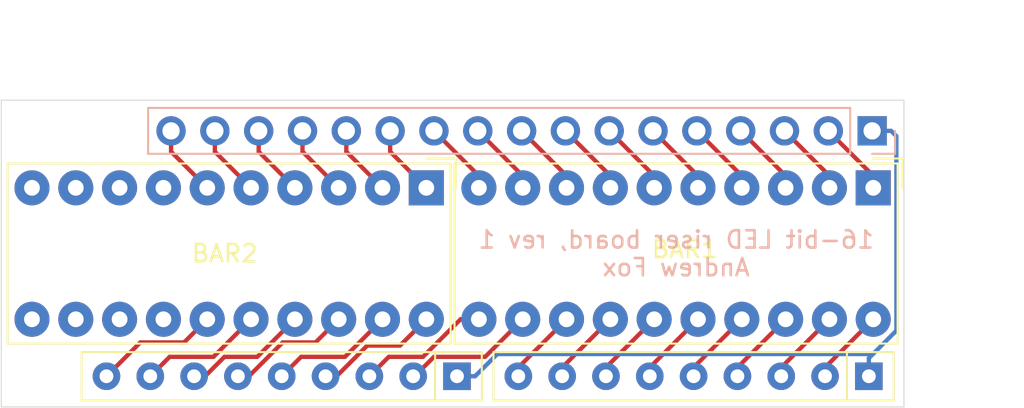
<source format=kicad_pcb>
(kicad_pcb (version 20171130) (host pcbnew "(5.1.0-0)")

  (general
    (thickness 1.6)
    (drawings 7)
    (tracks 90)
    (zones 0)
    (modules 5)
    (nets 34)
  )

  (page USLetter)
  (title_block
    (title LEDRiser16)
  )

  (layers
    (0 F.Cu signal)
    (31 B.Cu signal)
    (32 B.Adhes user)
    (33 F.Adhes user)
    (34 B.Paste user)
    (35 F.Paste user)
    (36 B.SilkS user)
    (37 F.SilkS user)
    (38 B.Mask user)
    (39 F.Mask user)
    (40 Dwgs.User user)
    (41 Cmts.User user)
    (42 Eco1.User user)
    (43 Eco2.User user)
    (44 Edge.Cuts user)
    (45 Margin user)
    (46 B.CrtYd user)
    (47 F.CrtYd user)
    (48 B.Fab user)
    (49 F.Fab user hide)
  )

  (setup
    (last_trace_width 0.25)
    (trace_clearance 0.2)
    (zone_clearance 0.508)
    (zone_45_only no)
    (trace_min 0.2)
    (via_size 0.8)
    (via_drill 0.4)
    (via_min_size 0.4)
    (via_min_drill 0.3)
    (uvia_size 0.3)
    (uvia_drill 0.1)
    (uvias_allowed no)
    (uvia_min_size 0.2)
    (uvia_min_drill 0.1)
    (edge_width 0.05)
    (segment_width 0.2)
    (pcb_text_width 0.3)
    (pcb_text_size 1.5 1.5)
    (mod_edge_width 0.12)
    (mod_text_size 1 1)
    (mod_text_width 0.15)
    (pad_size 1.524 1.524)
    (pad_drill 0.762)
    (pad_to_mask_clearance 0.051)
    (solder_mask_min_width 0.25)
    (aux_axis_origin 0 0)
    (visible_elements FFFFFF7F)
    (pcbplotparams
      (layerselection 0x010fc_ffffffff)
      (usegerberextensions false)
      (usegerberattributes false)
      (usegerberadvancedattributes false)
      (creategerberjobfile false)
      (excludeedgelayer true)
      (linewidth 0.100000)
      (plotframeref false)
      (viasonmask false)
      (mode 1)
      (useauxorigin false)
      (hpglpennumber 1)
      (hpglpenspeed 20)
      (hpglpendiameter 15.000000)
      (psnegative false)
      (psa4output false)
      (plotreference true)
      (plotvalue true)
      (plotinvisibletext false)
      (padsonsilk false)
      (subtractmaskfromsilk false)
      (outputformat 1)
      (mirror false)
      (drillshape 1)
      (scaleselection 1)
      (outputdirectory ""))
  )

  (net 0 "")
  (net 1 GND)
  (net 2 "Net-(BAR1-Pad20)")
  (net 3 "Net-(BAR1-Pad19)")
  (net 4 "Net-(BAR1-Pad18)")
  (net 5 "Net-(BAR1-Pad17)")
  (net 6 "Net-(BAR1-Pad9)")
  (net 7 "Net-(BAR1-Pad10)")
  (net 8 "Net-(BAR1-Pad8)")
  (net 9 "Net-(BAR1-Pad7)")
  (net 10 "Net-(BAR1-Pad6)")
  (net 11 "Net-(BAR1-Pad5)")
  (net 12 "Net-(BAR1-Pad16)")
  (net 13 "Net-(BAR1-Pad15)")
  (net 14 "Net-(BAR1-Pad14)")
  (net 15 "Net-(BAR1-Pad13)")
  (net 16 "Net-(BAR1-Pad4)")
  (net 17 "Net-(BAR1-Pad3)")
  (net 18 "Net-(BAR1-Pad2)")
  (net 19 "Net-(BAR1-Pad1)")
  (net 20 "Net-(BAR2-Pad20)")
  (net 21 "Net-(BAR2-Pad19)")
  (net 22 "Net-(BAR2-Pad18)")
  (net 23 "Net-(BAR2-Pad17)")
  (net 24 "Net-(BAR2-Pad6)")
  (net 25 "Net-(BAR2-Pad5)")
  (net 26 "Net-(BAR2-Pad16)")
  (net 27 "Net-(BAR2-Pad15)")
  (net 28 "Net-(BAR2-Pad4)")
  (net 29 "Net-(BAR2-Pad3)")
  (net 30 "Net-(BAR2-Pad2)")
  (net 31 "Net-(BAR2-Pad1)")
  (net 32 "Net-(BAR1-Pad11)")
  (net 33 "Net-(BAR1-Pad12)")

  (net_class Default "This is the default net class."
    (clearance 0.2)
    (trace_width 0.25)
    (via_dia 0.8)
    (via_drill 0.4)
    (uvia_dia 0.3)
    (uvia_drill 0.1)
    (add_net GND)
    (add_net "Net-(BAR1-Pad1)")
    (add_net "Net-(BAR1-Pad10)")
    (add_net "Net-(BAR1-Pad11)")
    (add_net "Net-(BAR1-Pad12)")
    (add_net "Net-(BAR1-Pad13)")
    (add_net "Net-(BAR1-Pad14)")
    (add_net "Net-(BAR1-Pad15)")
    (add_net "Net-(BAR1-Pad16)")
    (add_net "Net-(BAR1-Pad17)")
    (add_net "Net-(BAR1-Pad18)")
    (add_net "Net-(BAR1-Pad19)")
    (add_net "Net-(BAR1-Pad2)")
    (add_net "Net-(BAR1-Pad20)")
    (add_net "Net-(BAR1-Pad3)")
    (add_net "Net-(BAR1-Pad4)")
    (add_net "Net-(BAR1-Pad5)")
    (add_net "Net-(BAR1-Pad6)")
    (add_net "Net-(BAR1-Pad7)")
    (add_net "Net-(BAR1-Pad8)")
    (add_net "Net-(BAR1-Pad9)")
    (add_net "Net-(BAR2-Pad1)")
    (add_net "Net-(BAR2-Pad15)")
    (add_net "Net-(BAR2-Pad16)")
    (add_net "Net-(BAR2-Pad17)")
    (add_net "Net-(BAR2-Pad18)")
    (add_net "Net-(BAR2-Pad19)")
    (add_net "Net-(BAR2-Pad2)")
    (add_net "Net-(BAR2-Pad20)")
    (add_net "Net-(BAR2-Pad3)")
    (add_net "Net-(BAR2-Pad4)")
    (add_net "Net-(BAR2-Pad5)")
    (add_net "Net-(BAR2-Pad6)")
  )

  (module Resistor_THT:R_Array_SIP9 (layer F.Cu) (tedit 5A14249F) (tstamp 5D82E703)
    (at 100.076 83.058 180)
    (descr "9-pin Resistor SIP pack")
    (tags R)
    (path /5D8793E8)
    (fp_text reference RN2 (at 11.43 -2.4 180) (layer F.SilkS) hide
      (effects (font (size 1 1) (thickness 0.15)))
    )
    (fp_text value 10kΩ (at 11.43 2.4 180) (layer F.Fab)
      (effects (font (size 1 1) (thickness 0.15)))
    )
    (fp_line (start 22.05 -1.65) (end -1.7 -1.65) (layer F.CrtYd) (width 0.05))
    (fp_line (start 22.05 1.65) (end 22.05 -1.65) (layer F.CrtYd) (width 0.05))
    (fp_line (start -1.7 1.65) (end 22.05 1.65) (layer F.CrtYd) (width 0.05))
    (fp_line (start -1.7 -1.65) (end -1.7 1.65) (layer F.CrtYd) (width 0.05))
    (fp_line (start 1.27 -1.4) (end 1.27 1.4) (layer F.SilkS) (width 0.12))
    (fp_line (start 21.76 -1.4) (end -1.44 -1.4) (layer F.SilkS) (width 0.12))
    (fp_line (start 21.76 1.4) (end 21.76 -1.4) (layer F.SilkS) (width 0.12))
    (fp_line (start -1.44 1.4) (end 21.76 1.4) (layer F.SilkS) (width 0.12))
    (fp_line (start -1.44 -1.4) (end -1.44 1.4) (layer F.SilkS) (width 0.12))
    (fp_line (start 1.27 -1.25) (end 1.27 1.25) (layer F.Fab) (width 0.1))
    (fp_line (start 21.61 -1.25) (end -1.29 -1.25) (layer F.Fab) (width 0.1))
    (fp_line (start 21.61 1.25) (end 21.61 -1.25) (layer F.Fab) (width 0.1))
    (fp_line (start -1.29 1.25) (end 21.61 1.25) (layer F.Fab) (width 0.1))
    (fp_line (start -1.29 -1.25) (end -1.29 1.25) (layer F.Fab) (width 0.1))
    (fp_text user %R (at 10.16 0 180) (layer F.Fab)
      (effects (font (size 1 1) (thickness 0.15)))
    )
    (pad 9 thru_hole oval (at 20.32 0 180) (size 1.6 1.6) (drill 0.8) (layers *.Cu *.Mask)
      (net 27 "Net-(BAR2-Pad15)"))
    (pad 8 thru_hole oval (at 17.78 0 180) (size 1.6 1.6) (drill 0.8) (layers *.Cu *.Mask)
      (net 26 "Net-(BAR2-Pad16)"))
    (pad 7 thru_hole oval (at 15.24 0 180) (size 1.6 1.6) (drill 0.8) (layers *.Cu *.Mask)
      (net 23 "Net-(BAR2-Pad17)"))
    (pad 6 thru_hole oval (at 12.7 0 180) (size 1.6 1.6) (drill 0.8) (layers *.Cu *.Mask)
      (net 22 "Net-(BAR2-Pad18)"))
    (pad 5 thru_hole oval (at 10.16 0 180) (size 1.6 1.6) (drill 0.8) (layers *.Cu *.Mask)
      (net 21 "Net-(BAR2-Pad19)"))
    (pad 4 thru_hole oval (at 7.62 0 180) (size 1.6 1.6) (drill 0.8) (layers *.Cu *.Mask)
      (net 20 "Net-(BAR2-Pad20)"))
    (pad 3 thru_hole oval (at 5.08 0 180) (size 1.6 1.6) (drill 0.8) (layers *.Cu *.Mask)
      (net 32 "Net-(BAR1-Pad11)"))
    (pad 2 thru_hole oval (at 2.54 0 180) (size 1.6 1.6) (drill 0.8) (layers *.Cu *.Mask)
      (net 33 "Net-(BAR1-Pad12)"))
    (pad 1 thru_hole rect (at 0 0 180) (size 1.6 1.6) (drill 0.8) (layers *.Cu *.Mask)
      (net 1 GND))
    (model ${KISYS3DMOD}/Resistor_THT.3dshapes/R_Array_SIP9.wrl
      (at (xyz 0 0 0))
      (scale (xyz 1 1 1))
      (rotate (xyz 0 0 0))
    )
  )

  (module Resistor_THT:R_Array_SIP9 (layer F.Cu) (tedit 5A14249F) (tstamp 5D82ECA3)
    (at 123.952 83.058 180)
    (descr "9-pin Resistor SIP pack")
    (tags R)
    (path /5D876B42)
    (fp_text reference RN1 (at 11.43 -2.4 180) (layer F.SilkS) hide
      (effects (font (size 1 1) (thickness 0.15)))
    )
    (fp_text value 10kΩ (at 11.43 2.4 180) (layer F.Fab)
      (effects (font (size 1 1) (thickness 0.15)))
    )
    (fp_line (start 22.05 -1.65) (end -1.7 -1.65) (layer F.CrtYd) (width 0.05))
    (fp_line (start 22.05 1.65) (end 22.05 -1.65) (layer F.CrtYd) (width 0.05))
    (fp_line (start -1.7 1.65) (end 22.05 1.65) (layer F.CrtYd) (width 0.05))
    (fp_line (start -1.7 -1.65) (end -1.7 1.65) (layer F.CrtYd) (width 0.05))
    (fp_line (start 1.27 -1.4) (end 1.27 1.4) (layer F.SilkS) (width 0.12))
    (fp_line (start 21.76 -1.4) (end -1.44 -1.4) (layer F.SilkS) (width 0.12))
    (fp_line (start 21.76 1.4) (end 21.76 -1.4) (layer F.SilkS) (width 0.12))
    (fp_line (start -1.44 1.4) (end 21.76 1.4) (layer F.SilkS) (width 0.12))
    (fp_line (start -1.44 -1.4) (end -1.44 1.4) (layer F.SilkS) (width 0.12))
    (fp_line (start 1.27 -1.25) (end 1.27 1.25) (layer F.Fab) (width 0.1))
    (fp_line (start 21.61 -1.25) (end -1.29 -1.25) (layer F.Fab) (width 0.1))
    (fp_line (start 21.61 1.25) (end 21.61 -1.25) (layer F.Fab) (width 0.1))
    (fp_line (start -1.29 1.25) (end 21.61 1.25) (layer F.Fab) (width 0.1))
    (fp_line (start -1.29 -1.25) (end -1.29 1.25) (layer F.Fab) (width 0.1))
    (fp_text user %R (at 10.16 0 180) (layer F.Fab)
      (effects (font (size 1 1) (thickness 0.15)))
    )
    (pad 9 thru_hole oval (at 20.32 0 180) (size 1.6 1.6) (drill 0.8) (layers *.Cu *.Mask)
      (net 15 "Net-(BAR1-Pad13)"))
    (pad 8 thru_hole oval (at 17.78 0 180) (size 1.6 1.6) (drill 0.8) (layers *.Cu *.Mask)
      (net 14 "Net-(BAR1-Pad14)"))
    (pad 7 thru_hole oval (at 15.24 0 180) (size 1.6 1.6) (drill 0.8) (layers *.Cu *.Mask)
      (net 13 "Net-(BAR1-Pad15)"))
    (pad 6 thru_hole oval (at 12.7 0 180) (size 1.6 1.6) (drill 0.8) (layers *.Cu *.Mask)
      (net 12 "Net-(BAR1-Pad16)"))
    (pad 5 thru_hole oval (at 10.16 0 180) (size 1.6 1.6) (drill 0.8) (layers *.Cu *.Mask)
      (net 5 "Net-(BAR1-Pad17)"))
    (pad 4 thru_hole oval (at 7.62 0 180) (size 1.6 1.6) (drill 0.8) (layers *.Cu *.Mask)
      (net 4 "Net-(BAR1-Pad18)"))
    (pad 3 thru_hole oval (at 5.08 0 180) (size 1.6 1.6) (drill 0.8) (layers *.Cu *.Mask)
      (net 3 "Net-(BAR1-Pad19)"))
    (pad 2 thru_hole oval (at 2.54 0 180) (size 1.6 1.6) (drill 0.8) (layers *.Cu *.Mask)
      (net 2 "Net-(BAR1-Pad20)"))
    (pad 1 thru_hole rect (at 0 0 180) (size 1.6 1.6) (drill 0.8) (layers *.Cu *.Mask)
      (net 1 GND))
    (model ${KISYS3DMOD}/Resistor_THT.3dshapes/R_Array_SIP9.wrl
      (at (xyz 0 0 0))
      (scale (xyz 1 1 1))
      (rotate (xyz 0 0 0))
    )
  )

  (module Display:HDSP-4830 (layer F.Cu) (tedit 5A02FE80) (tstamp 5D82E683)
    (at 98.298 72.136 270)
    (descr "10-Element Red Bar Graph Array https://docs.broadcom.com/docs/AV02-1798EN")
    (tags "10-Element Red Bar Graph Array")
    (path /5D83E98D)
    (fp_text reference BAR2 (at 3.81 11.684) (layer F.SilkS)
      (effects (font (size 1 1) (thickness 0.15)))
    )
    (fp_text value HDSP-4830_2 (at 2.89 25.22 270) (layer F.Fab)
      (effects (font (size 1 1) (thickness 0.15)))
    )
    (fp_line (start 0 -1.7) (end -1.7 -1.7) (layer F.SilkS) (width 0.12))
    (fp_line (start -1.7 -1.7) (end -1.7 0) (layer F.SilkS) (width 0.12))
    (fp_line (start 0 -1.27) (end -1.27 0) (layer F.Fab) (width 0.1))
    (fp_line (start -1.52 24.38) (end 9.14 24.38) (layer F.CrtYd) (width 0.05))
    (fp_line (start 9.14 24.38) (end 9.14 -1.52) (layer F.CrtYd) (width 0.05))
    (fp_line (start -1.52 -1.52) (end -1.52 24.38) (layer F.CrtYd) (width 0.05))
    (fp_line (start -1.52 -1.52) (end 9.14 -1.52) (layer F.CrtYd) (width 0.05))
    (fp_line (start 8.89 -1.27) (end 8.89 24.13) (layer F.Fab) (width 0.1))
    (fp_line (start -1.27 24.13) (end 8.89 24.13) (layer F.Fab) (width 0.1))
    (fp_line (start -1.27 0) (end -1.27 24.13) (layer F.Fab) (width 0.1))
    (fp_text user %R (at 4 12 270) (layer F.Fab)
      (effects (font (size 1 1) (thickness 0.1)))
    )
    (fp_line (start 0 -1.27) (end 8.89 -1.27) (layer F.Fab) (width 0.1))
    (fp_line (start 9.03 24.27) (end -1.41 24.27) (layer F.SilkS) (width 0.12))
    (fp_line (start -1.41 24.27) (end -1.41 -1.41) (layer F.SilkS) (width 0.12))
    (fp_line (start -1.41 -1.41) (end 9.03 -1.41) (layer F.SilkS) (width 0.12))
    (fp_line (start 9.03 -1.41) (end 9.03 24.27) (layer F.SilkS) (width 0.12))
    (pad 1 thru_hole rect (at 0 0 180) (size 2.032 2.032) (drill 0.9144) (layers *.Cu *.Mask)
      (net 31 "Net-(BAR2-Pad1)"))
    (pad 2 thru_hole circle (at 0 2.54 180) (size 2.032 2.032) (drill 0.9144) (layers *.Cu *.Mask)
      (net 30 "Net-(BAR2-Pad2)"))
    (pad 3 thru_hole circle (at 0 5.08 180) (size 2.032 2.032) (drill 0.9144) (layers *.Cu *.Mask)
      (net 29 "Net-(BAR2-Pad3)"))
    (pad 4 thru_hole circle (at 0 7.62 180) (size 2.032 2.032) (drill 0.9144) (layers *.Cu *.Mask)
      (net 28 "Net-(BAR2-Pad4)"))
    (pad 13 thru_hole circle (at 7.62 17.78 180) (size 2.032 2.032) (drill 0.9144) (layers *.Cu *.Mask))
    (pad 14 thru_hole circle (at 7.62 15.24 180) (size 2.032 2.032) (drill 0.9144) (layers *.Cu *.Mask))
    (pad 15 thru_hole circle (at 7.62 12.7 180) (size 2.032 2.032) (drill 0.9144) (layers *.Cu *.Mask)
      (net 27 "Net-(BAR2-Pad15)"))
    (pad 16 thru_hole circle (at 7.62 10.16 180) (size 2.032 2.032) (drill 0.9144) (layers *.Cu *.Mask)
      (net 26 "Net-(BAR2-Pad16)"))
    (pad 5 thru_hole circle (at 0 10.16 180) (size 2.032 2.032) (drill 0.9144) (layers *.Cu *.Mask)
      (net 25 "Net-(BAR2-Pad5)"))
    (pad 6 thru_hole circle (at 0 12.7 180) (size 2.032 2.032) (drill 0.9144) (layers *.Cu *.Mask)
      (net 24 "Net-(BAR2-Pad6)"))
    (pad 7 thru_hole circle (at 0 15.24 180) (size 2.032 2.032) (drill 0.9144) (layers *.Cu *.Mask))
    (pad 8 thru_hole circle (at 0 17.78 180) (size 2.032 2.032) (drill 0.9144) (layers *.Cu *.Mask))
    (pad 12 thru_hole circle (at 7.62 20.32 180) (size 2.032 2.032) (drill 0.9144) (layers *.Cu *.Mask))
    (pad 11 thru_hole circle (at 7.62 22.86 180) (size 2.032 2.032) (drill 0.9144) (layers *.Cu *.Mask))
    (pad 10 thru_hole circle (at 0 22.86 180) (size 2.032 2.032) (drill 0.9144) (layers *.Cu *.Mask))
    (pad 9 thru_hole circle (at 0 20.32 180) (size 2.032 2.032) (drill 0.9144) (layers *.Cu *.Mask))
    (pad 17 thru_hole circle (at 7.62 7.62 180) (size 2.032 2.032) (drill 0.9144) (layers *.Cu *.Mask)
      (net 23 "Net-(BAR2-Pad17)"))
    (pad 18 thru_hole circle (at 7.62 5.08 180) (size 2.032 2.032) (drill 0.9144) (layers *.Cu *.Mask)
      (net 22 "Net-(BAR2-Pad18)"))
    (pad 19 thru_hole circle (at 7.62 2.54 180) (size 2.032 2.032) (drill 0.9144) (layers *.Cu *.Mask)
      (net 21 "Net-(BAR2-Pad19)"))
    (pad 20 thru_hole circle (at 7.62 0 180) (size 2.032 2.032) (drill 0.9144) (layers *.Cu *.Mask)
      (net 20 "Net-(BAR2-Pad20)"))
    (model ${KISYS3DMOD}/Display.3dshapes/HDSP-4830.wrl
      (at (xyz 0 0 0))
      (scale (xyz 1 1 1))
      (rotate (xyz 0 0 0))
    )
  )

  (module Display:HDSP-4830 (layer F.Cu) (tedit 5A02FE80) (tstamp 5D82E65B)
    (at 124.206 72.136 270)
    (descr "10-Element Red Bar Graph Array https://docs.broadcom.com/docs/AV02-1798EN")
    (tags "10-Element Red Bar Graph Array")
    (path /5D84B6C6)
    (fp_text reference BAR1 (at 3.556 10.922) (layer F.SilkS)
      (effects (font (size 1 1) (thickness 0.15)))
    )
    (fp_text value HDSP-4830_2 (at 2.89 25.22 270) (layer F.Fab)
      (effects (font (size 1 1) (thickness 0.15)))
    )
    (fp_line (start 9.03 -1.41) (end 9.03 24.27) (layer F.SilkS) (width 0.12))
    (fp_line (start -1.41 -1.41) (end 9.03 -1.41) (layer F.SilkS) (width 0.12))
    (fp_line (start -1.41 24.27) (end -1.41 -1.41) (layer F.SilkS) (width 0.12))
    (fp_line (start 9.03 24.27) (end -1.41 24.27) (layer F.SilkS) (width 0.12))
    (fp_line (start 0 -1.27) (end 8.89 -1.27) (layer F.Fab) (width 0.1))
    (fp_text user %R (at 4 12 270) (layer F.Fab)
      (effects (font (size 1 1) (thickness 0.1)))
    )
    (fp_line (start -1.27 0) (end -1.27 24.13) (layer F.Fab) (width 0.1))
    (fp_line (start -1.27 24.13) (end 8.89 24.13) (layer F.Fab) (width 0.1))
    (fp_line (start 8.89 -1.27) (end 8.89 24.13) (layer F.Fab) (width 0.1))
    (fp_line (start -1.52 -1.52) (end 9.14 -1.52) (layer F.CrtYd) (width 0.05))
    (fp_line (start -1.52 -1.52) (end -1.52 24.38) (layer F.CrtYd) (width 0.05))
    (fp_line (start 9.14 24.38) (end 9.14 -1.52) (layer F.CrtYd) (width 0.05))
    (fp_line (start -1.52 24.38) (end 9.14 24.38) (layer F.CrtYd) (width 0.05))
    (fp_line (start 0 -1.27) (end -1.27 0) (layer F.Fab) (width 0.1))
    (fp_line (start -1.7 -1.7) (end -1.7 0) (layer F.SilkS) (width 0.12))
    (fp_line (start 0 -1.7) (end -1.7 -1.7) (layer F.SilkS) (width 0.12))
    (pad 20 thru_hole circle (at 7.62 0 180) (size 2.032 2.032) (drill 0.9144) (layers *.Cu *.Mask)
      (net 2 "Net-(BAR1-Pad20)"))
    (pad 19 thru_hole circle (at 7.62 2.54 180) (size 2.032 2.032) (drill 0.9144) (layers *.Cu *.Mask)
      (net 3 "Net-(BAR1-Pad19)"))
    (pad 18 thru_hole circle (at 7.62 5.08 180) (size 2.032 2.032) (drill 0.9144) (layers *.Cu *.Mask)
      (net 4 "Net-(BAR1-Pad18)"))
    (pad 17 thru_hole circle (at 7.62 7.62 180) (size 2.032 2.032) (drill 0.9144) (layers *.Cu *.Mask)
      (net 5 "Net-(BAR1-Pad17)"))
    (pad 9 thru_hole circle (at 0 20.32 180) (size 2.032 2.032) (drill 0.9144) (layers *.Cu *.Mask)
      (net 6 "Net-(BAR1-Pad9)"))
    (pad 10 thru_hole circle (at 0 22.86 180) (size 2.032 2.032) (drill 0.9144) (layers *.Cu *.Mask)
      (net 7 "Net-(BAR1-Pad10)"))
    (pad 11 thru_hole circle (at 7.62 22.86 180) (size 2.032 2.032) (drill 0.9144) (layers *.Cu *.Mask)
      (net 32 "Net-(BAR1-Pad11)"))
    (pad 12 thru_hole circle (at 7.62 20.32 180) (size 2.032 2.032) (drill 0.9144) (layers *.Cu *.Mask)
      (net 33 "Net-(BAR1-Pad12)"))
    (pad 8 thru_hole circle (at 0 17.78 180) (size 2.032 2.032) (drill 0.9144) (layers *.Cu *.Mask)
      (net 8 "Net-(BAR1-Pad8)"))
    (pad 7 thru_hole circle (at 0 15.24 180) (size 2.032 2.032) (drill 0.9144) (layers *.Cu *.Mask)
      (net 9 "Net-(BAR1-Pad7)"))
    (pad 6 thru_hole circle (at 0 12.7 180) (size 2.032 2.032) (drill 0.9144) (layers *.Cu *.Mask)
      (net 10 "Net-(BAR1-Pad6)"))
    (pad 5 thru_hole circle (at 0 10.16 180) (size 2.032 2.032) (drill 0.9144) (layers *.Cu *.Mask)
      (net 11 "Net-(BAR1-Pad5)"))
    (pad 16 thru_hole circle (at 7.62 10.16 180) (size 2.032 2.032) (drill 0.9144) (layers *.Cu *.Mask)
      (net 12 "Net-(BAR1-Pad16)"))
    (pad 15 thru_hole circle (at 7.62 12.7 180) (size 2.032 2.032) (drill 0.9144) (layers *.Cu *.Mask)
      (net 13 "Net-(BAR1-Pad15)"))
    (pad 14 thru_hole circle (at 7.62 15.24 180) (size 2.032 2.032) (drill 0.9144) (layers *.Cu *.Mask)
      (net 14 "Net-(BAR1-Pad14)"))
    (pad 13 thru_hole circle (at 7.62 17.78 180) (size 2.032 2.032) (drill 0.9144) (layers *.Cu *.Mask)
      (net 15 "Net-(BAR1-Pad13)"))
    (pad 4 thru_hole circle (at 0 7.62 180) (size 2.032 2.032) (drill 0.9144) (layers *.Cu *.Mask)
      (net 16 "Net-(BAR1-Pad4)"))
    (pad 3 thru_hole circle (at 0 5.08 180) (size 2.032 2.032) (drill 0.9144) (layers *.Cu *.Mask)
      (net 17 "Net-(BAR1-Pad3)"))
    (pad 2 thru_hole circle (at 0 2.54 180) (size 2.032 2.032) (drill 0.9144) (layers *.Cu *.Mask)
      (net 18 "Net-(BAR1-Pad2)"))
    (pad 1 thru_hole rect (at 0 0 180) (size 2.032 2.032) (drill 0.9144) (layers *.Cu *.Mask)
      (net 19 "Net-(BAR1-Pad1)"))
    (model ${KISYS3DMOD}/Display.3dshapes/HDSP-4830.wrl
      (at (xyz 0 0 0))
      (scale (xyz 1 1 1))
      (rotate (xyz 0 0 0))
    )
  )

  (module Connector_PinHeader_2.54mm:PinHeader_1x17_P2.54mm_Vertical (layer B.Cu) (tedit 59FED5CC) (tstamp 5D82F3DD)
    (at 124.141 68.834 90)
    (descr "Through hole straight pin header, 1x17, 2.54mm pitch, single row")
    (tags "Through hole pin header THT 1x17 2.54mm single row")
    (path /5D836F73)
    (fp_text reference J1 (at 0 2.33 90) (layer B.SilkS) hide
      (effects (font (size 1 1) (thickness 0.15)) (justify mirror))
    )
    (fp_text value Conn_01x17_Male (at 3.048 -7.62 180) (layer B.Fab)
      (effects (font (size 1 1) (thickness 0.15)) (justify mirror))
    )
    (fp_text user %R (at 0 -20.32) (layer B.Fab)
      (effects (font (size 1 1) (thickness 0.15)) (justify mirror))
    )
    (fp_line (start 1.8 1.8) (end -1.8 1.8) (layer B.CrtYd) (width 0.05))
    (fp_line (start 1.8 -42.45) (end 1.8 1.8) (layer B.CrtYd) (width 0.05))
    (fp_line (start -1.8 -42.45) (end 1.8 -42.45) (layer B.CrtYd) (width 0.05))
    (fp_line (start -1.8 1.8) (end -1.8 -42.45) (layer B.CrtYd) (width 0.05))
    (fp_line (start -1.33 1.33) (end 0 1.33) (layer B.SilkS) (width 0.12))
    (fp_line (start -1.33 0) (end -1.33 1.33) (layer B.SilkS) (width 0.12))
    (fp_line (start -1.33 -1.27) (end 1.33 -1.27) (layer B.SilkS) (width 0.12))
    (fp_line (start 1.33 -1.27) (end 1.33 -41.97) (layer B.SilkS) (width 0.12))
    (fp_line (start -1.33 -1.27) (end -1.33 -41.97) (layer B.SilkS) (width 0.12))
    (fp_line (start -1.33 -41.97) (end 1.33 -41.97) (layer B.SilkS) (width 0.12))
    (fp_line (start -1.27 0.635) (end -0.635 1.27) (layer B.Fab) (width 0.1))
    (fp_line (start -1.27 -41.91) (end -1.27 0.635) (layer B.Fab) (width 0.1))
    (fp_line (start 1.27 -41.91) (end -1.27 -41.91) (layer B.Fab) (width 0.1))
    (fp_line (start 1.27 1.27) (end 1.27 -41.91) (layer B.Fab) (width 0.1))
    (fp_line (start -0.635 1.27) (end 1.27 1.27) (layer B.Fab) (width 0.1))
    (pad 17 thru_hole oval (at 0 -40.64 90) (size 1.7 1.7) (drill 1) (layers *.Cu *.Mask)
      (net 24 "Net-(BAR2-Pad6)"))
    (pad 16 thru_hole oval (at 0 -38.1 90) (size 1.7 1.7) (drill 1) (layers *.Cu *.Mask)
      (net 25 "Net-(BAR2-Pad5)"))
    (pad 15 thru_hole oval (at 0 -35.56 90) (size 1.7 1.7) (drill 1) (layers *.Cu *.Mask)
      (net 28 "Net-(BAR2-Pad4)"))
    (pad 14 thru_hole oval (at 0 -33.02 90) (size 1.7 1.7) (drill 1) (layers *.Cu *.Mask)
      (net 29 "Net-(BAR2-Pad3)"))
    (pad 13 thru_hole oval (at 0 -30.48 90) (size 1.7 1.7) (drill 1) (layers *.Cu *.Mask)
      (net 30 "Net-(BAR2-Pad2)"))
    (pad 12 thru_hole oval (at 0 -27.94 90) (size 1.7 1.7) (drill 1) (layers *.Cu *.Mask)
      (net 31 "Net-(BAR2-Pad1)"))
    (pad 11 thru_hole oval (at 0 -25.4 90) (size 1.7 1.7) (drill 1) (layers *.Cu *.Mask)
      (net 7 "Net-(BAR1-Pad10)"))
    (pad 10 thru_hole oval (at 0 -22.86 90) (size 1.7 1.7) (drill 1) (layers *.Cu *.Mask)
      (net 6 "Net-(BAR1-Pad9)"))
    (pad 9 thru_hole oval (at 0 -20.32 90) (size 1.7 1.7) (drill 1) (layers *.Cu *.Mask)
      (net 8 "Net-(BAR1-Pad8)"))
    (pad 8 thru_hole oval (at 0 -17.78 90) (size 1.7 1.7) (drill 1) (layers *.Cu *.Mask)
      (net 9 "Net-(BAR1-Pad7)"))
    (pad 7 thru_hole oval (at 0 -15.24 90) (size 1.7 1.7) (drill 1) (layers *.Cu *.Mask)
      (net 10 "Net-(BAR1-Pad6)"))
    (pad 6 thru_hole oval (at 0 -12.7 90) (size 1.7 1.7) (drill 1) (layers *.Cu *.Mask)
      (net 11 "Net-(BAR1-Pad5)"))
    (pad 5 thru_hole oval (at 0 -10.16 90) (size 1.7 1.7) (drill 1) (layers *.Cu *.Mask)
      (net 16 "Net-(BAR1-Pad4)"))
    (pad 4 thru_hole oval (at 0 -7.62 90) (size 1.7 1.7) (drill 1) (layers *.Cu *.Mask)
      (net 17 "Net-(BAR1-Pad3)"))
    (pad 3 thru_hole oval (at 0 -5.08 90) (size 1.7 1.7) (drill 1) (layers *.Cu *.Mask)
      (net 18 "Net-(BAR1-Pad2)"))
    (pad 2 thru_hole oval (at 0 -2.54 90) (size 1.7 1.7) (drill 1) (layers *.Cu *.Mask)
      (net 19 "Net-(BAR1-Pad1)"))
    (pad 1 thru_hole rect (at 0 0 90) (size 1.7 1.7) (drill 1) (layers *.Cu *.Mask)
      (net 1 GND))
    (model ${KISYS3DMOD}/Connector_PinHeader_2.54mm.3dshapes/PinHeader_1x17_P2.54mm_Vertical.wrl
      (at (xyz 0 0 0))
      (scale (xyz 1 1 1))
      (rotate (xyz 0 0 0))
    )
  )

  (dimension 17.802052 (width 0.15) (layer Dwgs.User)
    (gr_text "17.802 mm" (at 129.29387 75.926953 270.1383953) (layer Dwgs.User)
      (effects (font (size 1 1) (thickness 0.15)))
    )
    (feature1 (pts (xy 125.984 84.836) (xy 128.601793 84.829677)))
    (feature2 (pts (xy 125.941 67.034) (xy 128.558793 67.027677)))
    (crossbar (pts (xy 127.972374 67.029093) (xy 128.015374 84.831093)))
    (arrow1a (pts (xy 128.015374 84.831093) (xy 127.426234 83.706009)))
    (arrow1b (pts (xy 128.015374 84.831093) (xy 128.599072 83.703176)))
    (arrow2a (pts (xy 127.972374 67.029093) (xy 127.388676 68.15701)))
    (arrow2b (pts (xy 127.972374 67.029093) (xy 128.561514 68.154177)))
  )
  (dimension 52.324 (width 0.15) (layer Dwgs.User)
    (gr_text "52.324 mm" (at 99.822 61.946) (layer Dwgs.User)
      (effects (font (size 1 1) (thickness 0.15)))
    )
    (feature1 (pts (xy 73.66 67.056) (xy 73.66 62.659579)))
    (feature2 (pts (xy 125.984 67.056) (xy 125.984 62.659579)))
    (crossbar (pts (xy 125.984 63.246) (xy 73.66 63.246)))
    (arrow1a (pts (xy 73.66 63.246) (xy 74.786504 62.659579)))
    (arrow1b (pts (xy 73.66 63.246) (xy 74.786504 63.832421)))
    (arrow2a (pts (xy 125.984 63.246) (xy 124.857496 62.659579)))
    (arrow2b (pts (xy 125.984 63.246) (xy 124.857496 63.832421)))
  )
  (gr_line (start 73.66 67.056) (end 125.984 67.056) (layer Edge.Cuts) (width 0.05) (tstamp 5D82FBB6))
  (gr_line (start 73.66 84.836) (end 73.66 67.056) (layer Edge.Cuts) (width 0.05))
  (gr_line (start 125.984 84.836) (end 73.66 84.836) (layer Edge.Cuts) (width 0.05))
  (gr_line (start 125.984 67.056) (end 125.984 84.836) (layer Edge.Cuts) (width 0.05))
  (gr_text "16-bit LED riser board, rev 1\nAndrew Fox" (at 112.776 75.946) (layer B.SilkS)
    (effects (font (size 1 1) (thickness 0.15)) (justify mirror))
  )

  (segment (start 123.952 82.008) (end 123.952 83.058) (width 0.25) (layer B.Cu) (net 1))
  (segment (start 125.547001 69.140001) (end 125.547001 80.412999) (width 0.25) (layer B.Cu) (net 1))
  (segment (start 125.241 68.834) (end 125.547001 69.140001) (width 0.25) (layer B.Cu) (net 1))
  (segment (start 124.141 68.834) (end 125.241 68.834) (width 0.25) (layer B.Cu) (net 1))
  (segment (start 102.413 81.771) (end 124.189 81.771) (width 0.25) (layer B.Cu) (net 1))
  (segment (start 101.126 83.058) (end 102.413 81.771) (width 0.25) (layer B.Cu) (net 1))
  (segment (start 100.076 83.058) (end 101.126 83.058) (width 0.25) (layer B.Cu) (net 1))
  (segment (start 124.189 81.771) (end 123.952 82.008) (width 0.25) (layer B.Cu) (net 1))
  (segment (start 125.547001 80.412999) (end 124.189 81.771) (width 0.25) (layer B.Cu) (net 1))
  (segment (start 121.412 82.55) (end 121.412 83.058) (width 0.25) (layer F.Cu) (net 2))
  (segment (start 124.206 79.756) (end 121.412 82.55) (width 0.25) (layer F.Cu) (net 2))
  (segment (start 118.872 82.55) (end 118.872 83.058) (width 0.25) (layer F.Cu) (net 3))
  (segment (start 121.666 79.756) (end 118.872 82.55) (width 0.25) (layer F.Cu) (net 3))
  (segment (start 116.332 82.55) (end 116.332 83.058) (width 0.25) (layer F.Cu) (net 4))
  (segment (start 119.126 79.756) (end 116.332 82.55) (width 0.25) (layer F.Cu) (net 4))
  (segment (start 113.792 82.55) (end 113.792 83.058) (width 0.25) (layer F.Cu) (net 5))
  (segment (start 116.586 79.756) (end 113.792 82.55) (width 0.25) (layer F.Cu) (net 5))
  (segment (start 103.886 71.439) (end 103.886 72.136) (width 0.25) (layer F.Cu) (net 6))
  (segment (start 101.281 68.834) (end 103.886 71.439) (width 0.25) (layer F.Cu) (net 6))
  (segment (start 101.346 71.439) (end 101.346 72.136) (width 0.25) (layer F.Cu) (net 7))
  (segment (start 98.741 68.834) (end 101.346 71.439) (width 0.25) (layer F.Cu) (net 7))
  (segment (start 106.426 71.439) (end 106.426 72.136) (width 0.25) (layer F.Cu) (net 8))
  (segment (start 103.821 68.834) (end 106.426 71.439) (width 0.25) (layer F.Cu) (net 8))
  (segment (start 108.966 71.439) (end 108.966 72.136) (width 0.25) (layer F.Cu) (net 9))
  (segment (start 106.361 68.834) (end 108.966 71.439) (width 0.25) (layer F.Cu) (net 9))
  (segment (start 111.506 71.439) (end 111.506 72.136) (width 0.25) (layer F.Cu) (net 10))
  (segment (start 108.901 68.834) (end 111.506 71.439) (width 0.25) (layer F.Cu) (net 10))
  (segment (start 114.046 71.439) (end 114.046 72.136) (width 0.25) (layer F.Cu) (net 11))
  (segment (start 111.441 68.834) (end 114.046 71.439) (width 0.25) (layer F.Cu) (net 11))
  (segment (start 111.252 82.55) (end 111.252 83.058) (width 0.25) (layer F.Cu) (net 12))
  (segment (start 114.046 79.756) (end 111.252 82.55) (width 0.25) (layer F.Cu) (net 12))
  (segment (start 108.712 82.55) (end 108.712 83.058) (width 0.25) (layer F.Cu) (net 13))
  (segment (start 111.506 79.756) (end 108.712 82.55) (width 0.25) (layer F.Cu) (net 13))
  (segment (start 106.172 82.55) (end 106.172 83.058) (width 0.25) (layer F.Cu) (net 14))
  (segment (start 108.966 79.756) (end 106.172 82.55) (width 0.25) (layer F.Cu) (net 14))
  (segment (start 103.632 82.55) (end 103.632 83.058) (width 0.25) (layer F.Cu) (net 15))
  (segment (start 106.426 79.756) (end 103.632 82.55) (width 0.25) (layer F.Cu) (net 15))
  (segment (start 116.586 71.439) (end 116.586 72.136) (width 0.25) (layer F.Cu) (net 16))
  (segment (start 113.981 68.834) (end 116.586 71.439) (width 0.25) (layer F.Cu) (net 16))
  (segment (start 119.126 71.439) (end 119.126 72.136) (width 0.25) (layer F.Cu) (net 17))
  (segment (start 116.521 68.834) (end 119.126 71.439) (width 0.25) (layer F.Cu) (net 17))
  (segment (start 121.666 71.439) (end 121.666 72.136) (width 0.25) (layer F.Cu) (net 18))
  (segment (start 119.061 68.834) (end 121.666 71.439) (width 0.25) (layer F.Cu) (net 18))
  (segment (start 124.206 71.439) (end 124.206 72.136) (width 0.25) (layer F.Cu) (net 19))
  (segment (start 121.601 68.834) (end 124.206 71.439) (width 0.25) (layer F.Cu) (net 19))
  (segment (start 96.774 81.28) (end 94.87041 81.28) (width 0.25) (layer F.Cu) (net 20))
  (segment (start 93.09241 83.058) (end 92.456 83.058) (width 0.25) (layer F.Cu) (net 20))
  (segment (start 94.87041 81.28) (end 93.09241 83.058) (width 0.25) (layer F.Cu) (net 20))
  (segment (start 98.298 79.756) (end 96.774 81.28) (width 0.25) (layer F.Cu) (net 20))
  (segment (start 90.715999 82.258001) (end 89.916 83.058) (width 0.25) (layer F.Cu) (net 21))
  (segment (start 91.041001 81.932999) (end 90.715999 82.258001) (width 0.25) (layer F.Cu) (net 21))
  (segment (start 93.581001 81.932999) (end 91.041001 81.932999) (width 0.25) (layer F.Cu) (net 21))
  (segment (start 95.758 79.756) (end 93.581001 81.932999) (width 0.25) (layer F.Cu) (net 21))
  (segment (start 88.01241 83.058) (end 87.376 83.058) (width 0.25) (layer F.Cu) (net 22))
  (segment (start 89.973409 81.097001) (end 88.01241 83.058) (width 0.25) (layer F.Cu) (net 22))
  (segment (start 91.876999 81.097001) (end 89.973409 81.097001) (width 0.25) (layer F.Cu) (net 22))
  (segment (start 93.218 79.756) (end 91.876999 81.097001) (width 0.25) (layer F.Cu) (net 22))
  (segment (start 85.47241 83.058) (end 84.836 83.058) (width 0.25) (layer F.Cu) (net 23))
  (segment (start 86.597411 81.932999) (end 85.47241 83.058) (width 0.25) (layer F.Cu) (net 23))
  (segment (start 88.501001 81.932999) (end 86.597411 81.932999) (width 0.25) (layer F.Cu) (net 23))
  (segment (start 90.678 79.756) (end 88.501001 81.932999) (width 0.25) (layer F.Cu) (net 23))
  (segment (start 83.501 70.039) (end 85.598 72.136) (width 0.25) (layer F.Cu) (net 24))
  (segment (start 83.501 68.834) (end 83.501 70.039) (width 0.25) (layer F.Cu) (net 24))
  (segment (start 86.041 70.039) (end 88.138 72.136) (width 0.25) (layer F.Cu) (net 25))
  (segment (start 86.041 68.834) (end 86.041 70.039) (width 0.25) (layer F.Cu) (net 25))
  (segment (start 83.095999 82.258001) (end 82.296 83.058) (width 0.25) (layer F.Cu) (net 26))
  (segment (start 83.421001 81.932999) (end 83.095999 82.258001) (width 0.25) (layer F.Cu) (net 26))
  (segment (start 85.961001 81.932999) (end 83.421001 81.932999) (width 0.25) (layer F.Cu) (net 26))
  (segment (start 88.138 79.756) (end 85.961001 81.932999) (width 0.25) (layer F.Cu) (net 26))
  (segment (start 80.555999 82.258001) (end 79.756 83.058) (width 0.25) (layer F.Cu) (net 27))
  (segment (start 84.256999 81.097001) (end 81.716999 81.097001) (width 0.25) (layer F.Cu) (net 27))
  (segment (start 81.716999 81.097001) (end 80.555999 82.258001) (width 0.25) (layer F.Cu) (net 27))
  (segment (start 85.598 79.756) (end 84.256999 81.097001) (width 0.25) (layer F.Cu) (net 27))
  (segment (start 88.581 70.039) (end 90.678 72.136) (width 0.25) (layer F.Cu) (net 28))
  (segment (start 88.581 68.834) (end 88.581 70.039) (width 0.25) (layer F.Cu) (net 28))
  (segment (start 91.121 70.039) (end 93.218 72.136) (width 0.25) (layer F.Cu) (net 29))
  (segment (start 91.121 68.834) (end 91.121 70.039) (width 0.25) (layer F.Cu) (net 29))
  (segment (start 93.661 70.039) (end 95.758 72.136) (width 0.25) (layer F.Cu) (net 30))
  (segment (start 93.661 68.834) (end 93.661 70.039) (width 0.25) (layer F.Cu) (net 30))
  (segment (start 96.201 70.039) (end 98.298 72.136) (width 0.25) (layer F.Cu) (net 31))
  (segment (start 96.201 68.834) (end 96.201 70.039) (width 0.25) (layer F.Cu) (net 31))
  (segment (start 96.121001 81.932999) (end 95.795999 82.258001) (width 0.25) (layer F.Cu) (net 32))
  (segment (start 98.105683 81.932999) (end 96.121001 81.932999) (width 0.25) (layer F.Cu) (net 32))
  (segment (start 95.795999 82.258001) (end 94.996 83.058) (width 0.25) (layer F.Cu) (net 32))
  (segment (start 100.282682 79.756) (end 98.105683 81.932999) (width 0.25) (layer F.Cu) (net 32))
  (segment (start 101.346 79.756) (end 100.282682 79.756) (width 0.25) (layer F.Cu) (net 32))
  (segment (start 97.617092 83.058) (end 97.536 83.058) (width 0.25) (layer F.Cu) (net 33))
  (segment (start 98.742093 81.932999) (end 97.617092 83.058) (width 0.25) (layer F.Cu) (net 33))
  (segment (start 101.709001 81.932999) (end 98.742093 81.932999) (width 0.25) (layer F.Cu) (net 33))
  (segment (start 103.886 79.756) (end 101.709001 81.932999) (width 0.25) (layer F.Cu) (net 33))

)

</source>
